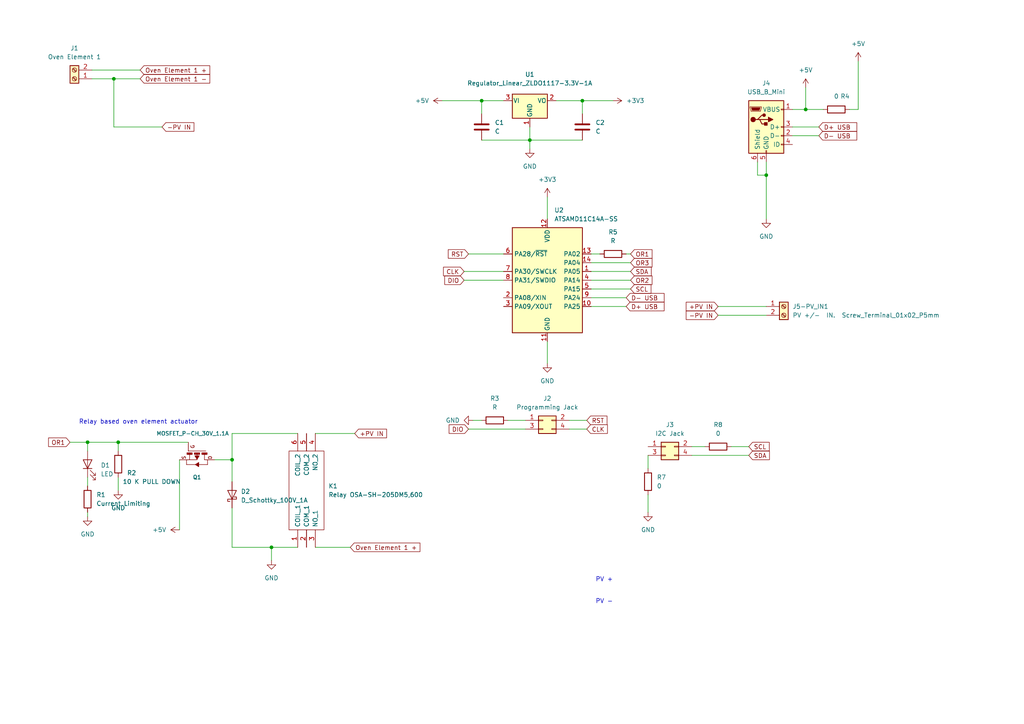
<source format=kicad_sch>
(kicad_sch (version 20211123) (generator eeschema)
  (paper "A4")
  (lib_symbols
    (symbol "Connector:USB_B_Mini" (pin_names (offset 1.016))
      (property "Reference" "J" (at -5.08 11.43 0))
      (property "Value" "USB_B_Mini" (at -5.08 8.89 0))
      (symbol "USB_B_Mini_0_1"
        (rectangle (start -5.08 -7.62) (end 5.08 7.62) (stroke (width 0.254)) (fill (type background)))
        (circle (center -3.81 2.159) (radius 0.635) (stroke (width 0.254)) (fill (type outline)))
        (circle (center -0.635 3.429) (radius 0.381) (stroke (width 0.254)) (fill (type outline)))
        (rectangle (start -0.127 -7.62) (end 0.127 -6.858))
        (polyline (pts (xy -1.905 2.159) (xy 0.635 2.159)) (stroke (width 0.254)))
        (polyline (pts (xy -3.175 2.159) (xy -2.54 2.159) (xy -1.27 3.429) (xy -0.635 3.429)) (stroke (width 0.254)))
        (polyline (pts (xy -2.54 2.159) (xy -1.905 2.159) (xy -1.27 0.889) (xy 0 0.889)) (stroke (width 0.254)))
        (polyline (pts (xy 0.635 2.794) (xy 0.635 1.524) (xy 1.905 2.159) (xy 0.635 2.794)) (stroke (width 0.254)) (fill (type outline)))
        (polyline (pts (xy -4.318 5.588) (xy -1.778 5.588) (xy -2.032 4.826) (xy -4.064 4.826) (xy -4.318 5.588)) (fill (type outline)))
        (polyline (pts (xy -4.699 5.842) (xy -4.699 5.588) (xy -4.445 4.826) (xy -4.445 4.572) (xy -1.651 4.572) (xy -1.651 4.826) (xy -1.397 5.588) (xy -1.397 5.842) (xy -4.699 5.842)))
        (rectangle (start 0.254 1.27) (end -0.508 0.508) (stroke (width 0.254)) (fill (type outline)))
        (rectangle (start 5.08 -5.207) (end 4.318 -4.953))
        (rectangle (start 5.08 -2.667) (end 4.318 -2.413))
        (rectangle (start 5.08 -0.127) (end 4.318 0.127))
        (rectangle (start 5.08 4.953) (end 4.318 5.207))
      )
      (symbol "USB_B_Mini_1_1"
        (pin power_out line (at 7.62 5.08 180) (length 2.54) (name "VBUS") (number "1"))
        (pin bidirectional line (at 7.62 -2.54 180) (length 2.54) (name "D-") (number "2"))
        (pin bidirectional line (at 7.62 0 180) (length 2.54) (name "D+") (number "3"))
        (pin passive line (at 7.62 -5.08 180) (length 2.54) (name "ID") (number "4"))
        (pin power_out line (at 0 -10.16 90) (length 2.54) (name "GND") (number "5"))
        (pin passive line (at -2.54 -10.16 90) (length 2.54) (name "Shield") (number "6"))
      )
    )
    (symbol "Device:R" (pin_numbers hide) (pin_names (offset 0))
      (property "Reference" "R" (at 2.032 0 90))
      (property "Value" "R" (at 0 0 90))
      (symbol "R_0_1"
        (rectangle (start -1.016 -2.54) (end 1.016 2.54) (stroke (width 0.254)))
      )
      (symbol "R_1_1"
        (pin passive line (at 0 3.81 270) (length 1.27) (name "~") (number "1"))
        (pin passive line (at 0 -3.81 90) (length 1.27) (name "~") (number "2"))
      )
    )
    (symbol "SamacSys_Parts:OSA-SH-205DM5,600" (pin_names (offset 0.762))
      (property "Reference" "K" (at 29.21 7.62 0))
      (property "Value" "OSA-SH-205DM5,600" (at 29.21 5.08 0))
      (symbol "OSA-SH-205DM5,600_0_0"
        (pin passive line (at 0 0 0) (length 5.08) (name "COIL_1") (number "1"))
        (pin passive line (at 0 -2.54 0) (length 5.08) (name "COM_1") (number "2"))
        (pin passive line (at 0 -5.08 0) (length 5.08) (name "NO_1") (number "3"))
        (pin passive line (at 33.02 -5.08 180) (length 5.08) (name "NO_2") (number "4"))
        (pin passive line (at 33.02 -2.54 180) (length 5.08) (name "COM_2") (number "5"))
        (pin passive line (at 33.02 0 180) (length 5.08) (name "COIL_2") (number "6"))
      )
      (symbol "OSA-SH-205DM5,600_0_1"
        (polyline (pts (xy 5.08 2.54) (xy 27.94 2.54) (xy 27.94 -7.62) (xy 5.08 -7.62) (xy 5.08 2.54)) (stroke (width 0.1524)))
      )
    )
    (symbol "fabmarco:ATSAMD11C14A-SS"
      (property "Reference" "U" (at -10.16 16.51 0))
      (property "Value" "ATSAMD11C14A-SS" (at 1.27 16.51 0))
      (symbol "ATSAMD11C14A-SS_0_1"
        (rectangle (start -10.16 15.24) (end 10.16 -15.24) (stroke (width 0.254)) (fill (type background)))
      )
      (symbol "ATSAMD11C14A-SS_1_1"
        (pin bidirectional line (at 12.7 2.54 180) (length 2.54) (name "PA05") (number "1"))
        (pin bidirectional line (at 12.7 -7.62 180) (length 2.54) (name "PA25") (number "10"))
        (pin power_in line (at 0 -17.78 90) (length 2.54) (name "GND") (number "11"))
        (pin power_in line (at 0 17.78 270) (length 2.54) (name "VDD") (number "12"))
        (pin bidirectional line (at 12.7 7.62 180) (length 2.54) (name "PA02") (number "13"))
        (pin bidirectional line (at 12.7 5.08 180) (length 2.54) (name "PA04") (number "14"))
        (pin bidirectional line (at -12.7 -5.08 0) (length 2.54) (name "PA08/XIN") (number "2"))
        (pin bidirectional line (at -12.7 -7.62 0) (length 2.54) (name "PA09/XOUT") (number "3"))
        (pin bidirectional line (at 12.7 0 180) (length 2.54) (name "PA14") (number "4"))
        (pin bidirectional line (at 12.7 -2.54 180) (length 2.54) (name "PA15") (number "5"))
        (pin bidirectional line (at -12.7 7.62 0) (length 2.54) (name "PA28/~{RST}") (number "6"))
        (pin bidirectional line (at -12.7 2.54 0) (length 2.54) (name "PA30/SWCLK") (number "7"))
        (pin bidirectional line (at -12.7 0 0) (length 2.54) (name "PA31/SWDIO") (number "8"))
        (pin bidirectional line (at 12.7 -5.08 180) (length 2.54) (name "PA24") (number "9"))
      )
    )
    (symbol "fabmarco:C" (pin_numbers hide) (pin_names (offset 0.254))
      (property "Reference" "C" (at 0.635 2.54 0))
      (property "Value" "C" (at 0.635 -2.54 0))
      (symbol "C_0_1"
        (polyline (pts (xy -2.032 -0.762) (xy 2.032 -0.762)) (stroke (width 0.508)))
        (polyline (pts (xy -2.032 0.762) (xy 2.032 0.762)) (stroke (width 0.508)))
      )
      (symbol "C_1_1"
        (pin passive line (at 0 3.81 270) (length 2.794) (name "~") (number "1"))
        (pin passive line (at 0 -3.81 90) (length 2.794) (name "~") (number "2"))
      )
    )
    (symbol "fabmarco:Conn_PinHeader_2x02_P2.54mm_Vertical_SMD" (pin_names (offset 1.016) hide)
      (property "Reference" "J" (at 1.27 2.54 0))
      (property "Value" "Conn_PinHeader_2x02_P2.54mm_Vertical_SMD" (at 1.27 -5.08 0))
      (symbol "Conn_PinHeader_2x02_P2.54mm_Vertical_SMD_1_1"
        (rectangle (start -1.27 -2.413) (end 0 -2.667) (stroke (width 0.1524)))
        (rectangle (start -1.27 0.127) (end 0 -0.127) (stroke (width 0.1524)))
        (rectangle (start -1.27 1.27) (end 3.81 -3.81) (stroke (width 0.254)) (fill (type background)))
        (rectangle (start 3.81 -2.413) (end 2.54 -2.667) (stroke (width 0.1524)))
        (rectangle (start 3.81 0.127) (end 2.54 -0.127) (stroke (width 0.1524)))
        (pin passive line (at -5.08 0 0) (length 3.81) (name "Pin_1") (number "1"))
        (pin passive line (at 7.62 0 180) (length 3.81) (name "Pin_2") (number "2"))
        (pin passive line (at -5.08 -2.54 0) (length 3.81) (name "Pin_3") (number "3"))
        (pin passive line (at 7.62 -2.54 180) (length 3.81) (name "Pin_4") (number "4"))
      )
    )
    (symbol "fabmarco:D_Schottky_100V_1A" (pin_numbers hide) (pin_names (offset 1.016) hide)
      (property "Reference" "D" (at 0 2.54 0))
      (property "Value" "D_Schottky_100V_1A" (at 0 -2.54 0))
      (symbol "D_Schottky_100V_1A_0_1"
        (polyline (pts (xy 1.27 0) (xy -1.27 0)))
        (polyline (pts (xy 1.27 1.27) (xy 1.27 -1.27) (xy -1.27 0) (xy 1.27 1.27)) (stroke (width 0.2032)))
        (polyline (pts (xy -1.905 0.635) (xy -1.905 1.27) (xy -1.27 1.27) (xy -1.27 -1.27) (xy -0.635 -1.27) (xy -0.635 -0.635)) (stroke (width 0.2032)))
      )
      (symbol "D_Schottky_100V_1A_1_1"
        (pin passive line (at -3.81 0 0) (length 2.54) (name "K") (number "1"))
        (pin passive line (at 3.81 0 180) (length 2.54) (name "A") (number "2"))
      )
    )
    (symbol "fabmarco:LED" (pin_numbers hide) (pin_names (offset 1.016) hide)
      (property "Reference" "D" (at 0 2.54 0))
      (property "Value" "LED" (at 0 -2.54 0))
      (symbol "LED_0_1"
        (polyline (pts (xy -1.27 -1.27) (xy -1.27 1.27)) (stroke (width 0.2032)))
        (polyline (pts (xy -1.27 0) (xy 1.27 0)))
        (polyline (pts (xy 1.27 -1.27) (xy 1.27 1.27) (xy -1.27 0) (xy 1.27 -1.27)) (stroke (width 0.2032)))
        (polyline (pts (xy -3.048 -0.762) (xy -4.572 -2.286) (xy -3.81 -2.286) (xy -4.572 -2.286) (xy -4.572 -1.524)))
        (polyline (pts (xy -1.778 -0.762) (xy -3.302 -2.286) (xy -2.54 -2.286) (xy -3.302 -2.286) (xy -3.302 -1.524)))
      )
      (symbol "LED_1_1"
        (pin passive line (at -3.81 0 0) (length 2.54) (name "K") (number "1"))
        (pin passive line (at 3.81 0 180) (length 2.54) (name "A") (number "2"))
      )
    )
    (symbol "fabmarco:MOSFET_P-CH_30V_1.1A" (pin_numbers hide) (pin_names (offset 1.016) hide)
      (property "Reference" "Q" (at 2.54 2.54 0))
      (property "Value" "MOSFET_P-CH_30V_1.1A" (at 2.54 0 0))
      (symbol "MOSFET_P-CH_30V_1.1A_0_0"
        (text "D" (at -0.635 3.81 0) (effects (font (size 0.9906 0.9906))))
        (text "G" (at -3.81 -1.27 0) (effects (font (size 0.9906 0.9906))))
        (text "S" (at -0.635 -3.81 0) (effects (font (size 0.9906 0.9906))))
      )
      (symbol "MOSFET_P-CH_30V_1.1A_1_0"
        (polyline (pts (xy -2.54 -2.54) (xy -2.54 2.54)))
        (polyline (pts (xy -1.651 0) (xy 0 0)))
        (polyline (pts (xy -1.524 -2.159) (xy 0 -2.159)))
        (polyline (pts (xy -1.524 2.159) (xy 0 2.159)))
        (polyline (pts (xy 0 -2.159) (xy 0 -2.54)))
        (polyline (pts (xy 0 0) (xy 0 -2.159)))
        (polyline (pts (xy 0 2.159) (xy 0 2.54)))
        (polyline (pts (xy 0 3.048) (xy 1.397 3.048)))
        (polyline (pts (xy 1.397 -3.048) (xy 0 -3.048)))
        (polyline (pts (xy 1.397 -0.508) (xy 1.397 -3.048)))
        (polyline (pts (xy 1.397 3.048) (xy 1.397 0.381)))
      )
      (symbol "MOSFET_P-CH_30V_1.1A_1_1"
        (rectangle (start -2.032 -2.921) (end -1.524 -1.397) (fill (type outline)))
        (rectangle (start -2.032 -0.762) (end -1.524 0.762) (fill (type outline)))
        (rectangle (start -2.032 1.397) (end -1.524 2.921) (fill (type outline)))
        (polyline (pts (xy -0.127 0) (xy -1.143 -0.635) (xy -1.143 -0.635) (xy -1.143 0.635) (xy -1.143 0.635) (xy -0.127 0)) (fill (type outline)))
        (polyline (pts (xy 1.397 -0.508) (xy 0.762 0.508) (xy 0.762 0.508) (xy 2.032 0.508) (xy 2.032 0.508) (xy 1.397 -0.508)) (fill (type outline)))
        (pin passive line (at -5.08 -2.54 0) (length 2.54) (name "G") (number "1"))
        (pin passive line (at 0 -5.08 90) (length 2.54) (name "S") (number "2"))
        (pin passive line (at 0 5.08 270) (length 2.54) (name "D") (number "3"))
      )
    )
    (symbol "fabmarco:Power_+3V3" (power) (pin_names (offset 0))
      (property "Value" "Power_+3V3" (at 0 3.556 0))
      (symbol "Power_+3V3_0_1"
        (polyline (pts (xy -0.762 1.27) (xy 0 2.54)))
        (polyline (pts (xy 0 0) (xy 0 2.54)))
        (polyline (pts (xy 0 2.54) (xy 0.762 1.27)))
      )
      (symbol "Power_+3V3_1_1"
        (pin power_in line (at 0 0 90) (length 0) hide (name "+3V3") (number "1"))
      )
    )
    (symbol "fabmarco:Power_+5V" (power) (pin_names (offset 0))
      (property "Value" "Power_+5V" (at 0 3.556 0))
      (symbol "Power_+5V_0_1"
        (polyline (pts (xy -0.762 1.27) (xy 0 2.54)))
        (polyline (pts (xy 0 0) (xy 0 2.54)))
        (polyline (pts (xy 0 2.54) (xy 0.762 1.27)))
      )
      (symbol "Power_+5V_1_1"
        (pin power_in line (at 0 0 90) (length 0) hide (name "+5V") (number "1"))
      )
    )
    (symbol "fabmarco:Power_GND" (power) (pin_names (offset 0))
      (property "Value" "Power_GND" (at 0 -3.81 0))
      (symbol "Power_GND_0_1"
        (polyline (pts (xy 0 0) (xy 0 -1.27) (xy 1.27 -1.27) (xy 0 -2.54) (xy -1.27 -1.27) (xy 0 -1.27)))
      )
      (symbol "Power_GND_1_1"
        (pin power_in line (at 0 0 270) (length 0) hide (name "GND") (number "1"))
      )
    )
    (symbol "fabmarco:R" (pin_numbers hide) (pin_names (offset 0))
      (property "Reference" "R" (at 2.032 0 90))
      (property "Value" "R" (at 0 0 90))
      (symbol "R_0_1"
        (rectangle (start -1.016 -2.54) (end 1.016 2.54) (stroke (width 0.254)))
      )
      (symbol "R_1_1"
        (pin passive line (at 0 3.81 270) (length 1.27) (name "~") (number "1"))
        (pin passive line (at 0 -3.81 90) (length 1.27) (name "~") (number "2"))
      )
    )
    (symbol "fabmarco:Regulator_Linear_ZLDO1117-3.3V-1A" (pin_names (offset 0.254))
      (property "Reference" "U" (at -3.81 3.175 0))
      (property "Value" "Regulator_Linear_ZLDO1117-3.3V-1A" (at 0 3.175 0))
      (symbol "Regulator_Linear_ZLDO1117-3.3V-1A_0_1"
        (rectangle (start -5.08 -5.08) (end 5.08 1.905) (stroke (width 0.254)) (fill (type background)))
      )
      (symbol "Regulator_Linear_ZLDO1117-3.3V-1A_1_1"
        (pin power_in line (at 0 -7.62 90) (length 2.54) (name "GND") (number "1"))
        (pin power_out line (at 7.62 0 180) (length 2.54) (name "VO") (number "2"))
        (pin power_in line (at -7.62 0 0) (length 2.54) (name "VI") (number "3"))
      )
    )
    (symbol "fabmarco:Screw_Terminal_01x02_P5mm" (pin_names (offset 1.016) hide)
      (property "Reference" "J" (at 0 2.54 0))
      (property "Value" "Screw_Terminal_01x02_P5mm" (at 0 -5.08 0))
      (symbol "Screw_Terminal_01x02_P5mm_1_1"
        (rectangle (start -1.27 1.27) (end 1.27 -3.81) (stroke (width 0.254)) (fill (type background)))
        (circle (center 0 -2.54) (radius 0.635) (stroke (width 0.1524)))
        (polyline (pts (xy -0.5334 -2.2098) (xy 0.3302 -3.048)) (stroke (width 0.1524)))
        (polyline (pts (xy -0.5334 0.3302) (xy 0.3302 -0.508)) (stroke (width 0.1524)))
        (polyline (pts (xy -0.3556 -2.032) (xy 0.508 -2.8702)) (stroke (width 0.1524)))
        (polyline (pts (xy -0.3556 0.508) (xy 0.508 -0.3302)) (stroke (width 0.1524)))
        (circle (center 0 0) (radius 0.635) (stroke (width 0.1524)))
        (pin passive line (at -5.08 0 0) (length 3.81) (name "Pin_1") (number "1"))
        (pin passive line (at -5.08 -2.54 0) (length 3.81) (name "Pin_2") (number "2"))
      )
    )
  )
  (junction (at 34.29 128.27))
  (junction (at 153.67 40.64))
  (junction (at 67.31 133.35))
  (junction (at 25.4 128.27))
  (junction (at 233.68 31.75))
  (junction (at 168.91 29.21))
  (junction (at 222.25 50.8))
  (junction (at 78.74 158.75))
  (junction (at 139.7 29.21))
  (junction (at 33.02 22.86))
  (wire (pts (xy 25.4 148.59) (xy 25.4 149.86)))
  (wire (pts (xy 212.09 129.54) (xy 217.17 129.54)))
  (wire (pts (xy 52.07 133.35) (xy 52.07 153.67)))
  (wire (pts (xy 153.67 40.64) (xy 153.67 43.18)))
  (wire (pts (xy 139.7 40.64) (xy 153.67 40.64)))
  (wire (pts (xy 139.7 29.21) (xy 146.05 29.21)))
  (wire (pts (xy 153.67 36.83) (xy 153.67 40.64)))
  (wire (pts (xy 26.67 22.86) (xy 33.02 22.86)))
  (wire (pts (xy 187.96 143.51) (xy 187.96 148.59)))
  (wire (pts (xy 33.02 22.86) (xy 40.64 22.86)))
  (wire (pts (xy 67.31 147.32) (xy 67.31 158.75)))
  (wire (pts (xy 171.45 88.9) (xy 181.61 88.9)))
  (wire (pts (xy 25.4 138.43) (xy 25.4 140.97)))
  (wire (pts (xy 229.87 31.75) (xy 233.68 31.75)))
  (wire (pts (xy 78.74 158.75) (xy 78.74 162.56)))
  (wire (pts (xy 200.66 129.54) (xy 204.47 129.54)))
  (wire (pts (xy 222.25 50.8) (xy 222.25 63.5)))
  (wire (pts (xy 181.61 73.66) (xy 182.88 73.66)))
  (wire (pts (xy 171.45 83.82) (xy 182.88 83.82)))
  (wire (pts (xy 137.16 121.92) (xy 139.7 121.92)))
  (wire (pts (xy 165.1 121.92) (xy 170.18 121.92)))
  (wire (pts (xy 187.96 132.08) (xy 187.96 135.89)))
  (wire (pts (xy 219.71 50.8) (xy 222.25 50.8)))
  (wire (pts (xy 34.29 128.27) (xy 54.61 128.27)))
  (wire (pts (xy 135.89 73.66) (xy 146.05 73.66)))
  (wire (pts (xy 161.29 29.21) (xy 168.91 29.21)))
  (wire (pts (xy 25.4 128.27) (xy 34.29 128.27)))
  (wire (pts (xy 168.91 33.02) (xy 168.91 29.21)))
  (wire (pts (xy 25.4 128.27) (xy 25.4 130.81)))
  (wire (pts (xy 168.91 29.21) (xy 177.8 29.21)))
  (wire (pts (xy 158.75 57.15) (xy 158.75 63.5)))
  (wire (pts (xy 171.45 86.36) (xy 181.61 86.36)))
  (wire (pts (xy 171.45 78.74) (xy 182.88 78.74)))
  (wire (pts (xy 128.27 29.21) (xy 139.7 29.21)))
  (wire (pts (xy 67.31 133.35) (xy 67.31 139.7)))
  (wire (pts (xy 171.45 73.66) (xy 173.99 73.66)))
  (wire (pts (xy 222.25 46.99) (xy 222.25 50.8)))
  (wire (pts (xy 34.29 128.27) (xy 34.29 130.81)))
  (wire (pts (xy 34.29 138.43) (xy 34.29 142.24)))
  (wire (pts (xy 248.92 17.78) (xy 248.92 31.75)))
  (wire (pts (xy 200.66 132.08) (xy 217.17 132.08)))
  (wire (pts (xy 78.74 158.75) (xy 86.36 158.75)))
  (wire (pts (xy 208.28 91.44) (xy 222.25 91.44)))
  (wire (pts (xy 233.68 25.4) (xy 233.68 31.75)))
  (wire (pts (xy 168.91 40.64) (xy 153.67 40.64)))
  (wire (pts (xy 135.89 124.46) (xy 152.4 124.46)))
  (wire (pts (xy 20.32 128.27) (xy 25.4 128.27)))
  (wire (pts (xy 86.36 125.73) (xy 67.31 125.73)))
  (wire (pts (xy 233.68 31.75) (xy 238.76 31.75)))
  (wire (pts (xy 158.75 99.06) (xy 158.75 105.41)))
  (wire (pts (xy 208.28 88.9) (xy 222.25 88.9)))
  (wire (pts (xy 229.87 36.83) (xy 237.49 36.83)))
  (wire (pts (xy 139.7 29.21) (xy 139.7 33.02)))
  (wire (pts (xy 147.32 121.92) (xy 152.4 121.92)))
  (wire (pts (xy 134.62 78.74) (xy 146.05 78.74)))
  (wire (pts (xy 62.23 133.35) (xy 67.31 133.35)))
  (wire (pts (xy 91.44 158.75) (xy 101.6 158.75)))
  (wire (pts (xy 165.1 124.46) (xy 170.18 124.46)))
  (wire (pts (xy 134.62 81.28) (xy 146.05 81.28)))
  (wire (pts (xy 171.45 76.2) (xy 182.88 76.2)))
  (wire (pts (xy 246.38 31.75) (xy 248.92 31.75)))
  (wire (pts (xy 67.31 125.73) (xy 67.31 133.35)))
  (wire (pts (xy 91.44 125.73) (xy 102.87 125.73)))
  (wire (pts (xy 33.02 22.86) (xy 33.02 36.83)))
  (wire (pts (xy 67.31 158.75) (xy 78.74 158.75)))
  (wire (pts (xy 219.71 46.99) (xy 219.71 50.8)))
  (wire (pts (xy 229.87 39.37) (xy 237.49 39.37)))
  (wire (pts (xy 40.64 20.32) (xy 26.67 20.32)))
  (wire (pts (xy 33.02 36.83) (xy 46.99 36.83)))
  (wire (pts (xy 171.45 81.28) (xy 182.88 81.28)))
  (text "PV -\n" (at 172.72 175.26 0) (effects (font (size 1.27 1.27)) (justify left bottom)))
  (text "PV +\n" (at 172.72 168.91 0) (effects (font (size 1.27 1.27)) (justify left bottom)))
  (text "Relay based oven element actuator" (at 22.86 123.19 0) (effects (font (size 1.27 1.27)) (justify left bottom)))
  (global_label "Oven Element 1 +" (shape input) (at 101.6 158.75 0) (property "Intersheet References" "${INTERSHEET_REFS}" (effects hide)))
  (global_label "Oven Element 1 -" (shape input) (at 40.64 22.86 0) (property "Intersheet References" "${INTERSHEET_REFS}" (effects hide)))
  (global_label "OR3" (shape input) (at 182.88 76.2 0) (property "Intersheet References" "${INTERSHEET_REFS}" (effects hide)))
  (global_label "SCL" (shape input) (at 217.17 129.54 0) (property "Intersheet References" "${INTERSHEET_REFS}" (effects hide)))
  (global_label "DIO" (shape input) (at 135.89 124.46 180) (property "Intersheet References" "${INTERSHEET_REFS}" (effects hide)))
  (global_label "+PV IN" (shape input) (at 102.87 125.73 0) (property "Intersheet References" "${INTERSHEET_REFS}" (effects hide)))
  (global_label "SDA" (shape input) (at 217.17 132.08 0) (property "Intersheet References" "${INTERSHEET_REFS}" (effects hide)))
  (global_label "OR1" (shape input) (at 20.32 128.27 180) (property "Intersheet References" "${INTERSHEET_REFS}" (effects hide)))
  (global_label "-PV IN" (shape input) (at 46.99 36.83 0) (property "Intersheet References" "${INTERSHEET_REFS}" (effects hide)))
  (global_label "-PV IN" (shape input) (at 208.28 91.44 180) (property "Intersheet References" "${INTERSHEET_REFS}" (effects hide)))
  (global_label "D+ USB " (shape input) (at 237.49 36.83 0) (property "Intersheet References" "${INTERSHEET_REFS}" (effects hide)))
  (global_label "OR1" (shape input) (at 182.88 73.66 0) (property "Intersheet References" "${INTERSHEET_REFS}" (effects hide)))
  (global_label "DIO" (shape input) (at 134.62 81.28 180) (property "Intersheet References" "${INTERSHEET_REFS}" (effects hide)))
  (global_label "OR2" (shape input) (at 182.88 81.28 0) (property "Intersheet References" "${INTERSHEET_REFS}" (effects hide)))
  (global_label "+PV IN" (shape input) (at 208.28 88.9 180) (property "Intersheet References" "${INTERSHEET_REFS}" (effects hide)))
  (global_label "Oven Element 1 +" (shape input) (at 40.64 20.32 0) (property "Intersheet References" "${INTERSHEET_REFS}" (effects hide)))
  (global_label "D- USB " (shape input) (at 237.49 39.37 0) (property "Intersheet References" "${INTERSHEET_REFS}" (effects hide)))
  (global_label "RST" (shape input) (at 170.18 121.92 0) (property "Intersheet References" "${INTERSHEET_REFS}" (effects hide)))
  (global_label "D- USB " (shape input) (at 181.61 86.36 0) (property "Intersheet References" "${INTERSHEET_REFS}" (effects hide)))
  (global_label "D+ USB " (shape input) (at 181.61 88.9 0) (property "Intersheet References" "${INTERSHEET_REFS}" (effects hide)))
  (global_label "SDA" (shape input) (at 182.88 78.74 0) (property "Intersheet References" "${INTERSHEET_REFS}" (effects hide)))
  (global_label "SCL" (shape input) (at 182.88 83.82 0) (property "Intersheet References" "${INTERSHEET_REFS}" (effects hide)))
  (global_label "CLK" (shape input) (at 134.62 78.74 180) (property "Intersheet References" "${INTERSHEET_REFS}" (effects hide)))
  (global_label "CLK" (shape input) (at 170.18 124.46 0) (property "Intersheet References" "${INTERSHEET_REFS}" (effects hide)))
  (global_label "RST" (shape input) (at 135.89 73.66 180) (property "Intersheet References" "${INTERSHEET_REFS}" (effects hide)))
  (symbol (lib_id "fabmarco:Power_GND") (at 25.4 149.86 0) (unit 1)
    (property "Reference" "#PWR01" (effects hide))
    (property "Value" "Power_GND" (at 25.4 154.94 0))
  )
  (symbol (lib_id "fabmarco:R") (at 242.57 31.75 90) (unit 1)
    (property "Reference" "R4" (at 245.11 27.94 90))
    (property "Value" "0" (at 242.57 27.94 90))
    (property "Footprint" "fab:R_1206" (effects hide))
  )
  (symbol (lib_id "Device:R") (at 25.4 144.78 0) (unit 1)
    (property "Reference" "R1" (at 27.94 143.5099 0) (effects (justify left)))
    (property "Value" "Current Limiting " (at 27.94 146.0499 0) (effects (justify left)))
    (property "Footprint" "fab:R_1206" (effects hide))
  )
  (symbol (lib_id "fabmarco:Power_+3V3") (at 158.75 57.15 0) (unit 1)
    (property "Reference" "#PWR09" (effects hide))
    (property "Value" "Power_+3V3" (at 158.75 52.07 0))
  )
  (symbol (lib_id "fabmarco:Screw_Terminal_01x02_P5mm") (at 227.33 88.9 0) (unit 1)
    (property "Reference" "J5-PV_IN1" (at 229.87 88.8999 0) (effects (justify left)))
    (property "Value" " PV +/-  IN.  Screw_Terminal_01x02_P5mm" (at 229.87 91.4399 0) (effects (justify left)))
    (property "Footprint" "fab:TerminalBlock_OnShore_1x02_P5.00mm_Horizontal" (effects hide))
  )
  (symbol (lib_id "fabmarco:Screw_Terminal_01x02_P5mm") (at 21.59 22.86 180) (unit 1)
    (property "Reference" "J1" (at 21.59 13.97 0))
    (property "Value" "Oven Element 1" (at 21.59 16.51 0))
    (property "Footprint" "fab:TerminalBlock_OnShore_1x02_P5.00mm_Horizontal" (effects hide))
  )
  (symbol (lib_id "fabmarco:ATSAMD11C14A-SS") (at 158.75 81.28 0) (unit 1)
    (property "Reference" "U2" (at 160.7694 60.96 0) (effects (justify left)))
    (property "Value" "ATSAMD11C14A-SS" (at 160.7694 63.5 0) (effects (justify left)))
    (property "Footprint" "fab:SOIC-14_3.9x8.7mm_P1.27mm" (effects hide))
  )
  (symbol (lib_id "fabmarco:R") (at 143.51 121.92 90) (unit 1)
    (property "Reference" "R3" (at 143.51 115.57 90))
    (property "Value" "R" (at 143.51 118.11 90))
    (property "Footprint" "fab:R_1206" (effects hide))
  )
  (symbol (lib_id "SamacSys_Parts:OSA-SH-205DM5,600") (at 86.36 158.75 90) (unit 1)
    (property "Reference" "K1" (at 95.25 140.9699 90) (effects (justify right)))
    (property "Value" "Relay OSA-SH-205DM5,600" (at 95.25 143.5099 90) (effects (justify right)))
    (property "Footprint" "SamacSys_Parts:OSASH205DM5600" (effects hide))
    (property "Datasheet" "https://componentsearchengine.com/Datasheets/1/OSA-SH-205DM5,600.pdf" (effects hide))
    (property "Description" "OSA-SH-205DM5,600" (effects hide))
    (property "Height" "25.3" (effects hide))
    (property "Mouser Part Number" "677-OSA-SH-205DM5" (effects hide))
    (property "Mouser Price/Stock" "https://www.mouser.com/Search/Refine.aspx?Keyword=677-OSA-SH-205DM5" (effects hide))
    (property "Manufacturer_Name" "TE Connectivity" (effects hide))
    (property "Manufacturer_Part_Number" "OSA-SH-205DM5,600" (effects hide))
  )
  (symbol (lib_id "fabmarco:C") (at 139.7 36.83 0) (unit 1)
    (property "Reference" "C1" (at 143.51 35.5599 0) (effects (justify left)))
    (property "Value" "C" (at 143.51 38.0999 0) (effects (justify left)))
    (property "Footprint" "fab:C_1206" (effects hide))
  )
  (symbol (lib_id "fabmarco:Conn_PinHeader_2x02_P2.54mm_Vertical_SMD") (at 193.04 129.54 0) (unit 1)
    (property "Reference" "J3" (at 194.31 123.19 0))
    (property "Value" "I2C Jack " (at 194.31 125.73 0))
    (property "Footprint" "fab:PinHeader_2x02_P2.54mm_Vertical_SMD" (effects hide))
  )
  (symbol (lib_id "fabmarco:D_Schottky_100V_1A") (at 67.31 143.51 90) (unit 1)
    (property "Reference" "D2" (at 69.85 142.5574 90) (effects (justify right)))
    (property "Value" "D_Schottky_100V_1A" (at 69.85 145.0974 90) (effects (justify right)))
    (property "Footprint" "fab:Diode_Schotky_100V_1A_Mini_SMA" (effects hide))
  )
  (symbol (lib_id "Connector:USB_B_Mini") (at 222.25 36.83 0) (unit 1)
    (property "Reference" "J4" (at 222.25 24.13 0))
    (property "Value" "USB_B_Mini" (at 222.25 26.67 0))
    (property "Footprint" "Connector_USB:USB_Mini-B_Lumberg_2486_01_Horizontal" (effects hide))
  )
  (symbol (lib_id "fabmarco:R") (at 187.96 139.7 0) (unit 1)
    (property "Reference" "R7" (at 190.5 138.4299 0) (effects (justify left)))
    (property "Value" "0" (at 190.5 140.9699 0) (effects (justify left)))
    (property "Footprint" "fab:R_1206" (effects hide))
  )
  (symbol (lib_id "fabmarco:Power_+5V") (at 233.68 25.4 0) (unit 1)
    (property "Reference" "#PWR0103" (effects hide))
    (property "Value" "Power_+5V" (at 233.68 20.32 0))
  )
  (symbol (lib_id "fabmarco:Power_GND") (at 34.29 142.24 0) (unit 1)
    (property "Reference" "#PWR03" (effects hide))
    (property "Value" "Power_GND" (at 34.29 147.32 0))
  )
  (symbol (lib_id "fabmarco:R") (at 208.28 129.54 270) (unit 1)
    (property "Reference" "R8" (at 208.28 123.19 90))
    (property "Value" "0" (at 208.28 125.73 90))
    (property "Footprint" "fab:R_1206" (effects hide))
  )
  (symbol (lib_id "fabmarco:Conn_PinHeader_2x02_P2.54mm_Vertical_SMD") (at 157.48 121.92 0) (unit 1)
    (property "Reference" "J2" (at 158.75 115.57 0))
    (property "Value" "Programming Jack " (at 158.75 118.11 0))
    (property "Footprint" "fab:PinHeader_2x02_P2.54mm_Vertical_SMD" (effects hide))
  )
  (symbol (lib_id "fabmarco:Power_GND") (at 158.75 105.41 0) (unit 1)
    (property "Reference" "#PWR010" (effects hide))
    (property "Value" "Power_GND" (at 158.75 110.49 0))
  )
  (symbol (lib_id "fabmarco:C") (at 168.91 36.83 0) (unit 1)
    (property "Reference" "C2" (at 172.72 35.5599 0) (effects (justify left)))
    (property "Value" "C" (at 172.72 38.0999 0) (effects (justify left)))
    (property "Footprint" "fab:C_1206" (effects hide))
  )
  (symbol (lib_id "fabmarco:Power_+5V") (at 128.27 29.21 90) (unit 1)
    (property "Reference" "#PWR0104" (effects hide))
    (property "Value" "Power_+5V" (at 124.46 29.2099 90) (effects (justify left)))
  )
  (symbol (lib_id "fabmarco:Power_GND") (at 187.96 148.59 0) (unit 1)
    (property "Reference" "#PWR013" (effects hide))
    (property "Value" "Power_GND" (at 187.96 153.67 0))
  )
  (symbol (lib_id "fabmarco:Power_GND") (at 222.25 63.5 0) (unit 1)
    (property "Reference" "#PWR014" (effects hide))
    (property "Value" "Power_GND" (at 222.25 68.58 0))
  )
  (symbol (lib_id "fabmarco:MOSFET_P-CH_30V_1.1A") (at 57.15 133.35 270) (unit 1)
    (property "Reference" "Q1" (at 57.1499 138.43 90) (effects (font (size 1.143 1.143))))
    (property "Value" "MOSFET_P-CH_30V_1.1A" (at 55.88 125.73 90) (effects (font (size 1.143 1.143))))
    (property "Footprint" "fab:SOT-23" (effects hide))
  )
  (symbol (lib_id "fabmarco:Power_GND") (at 153.67 43.18 0) (unit 1)
    (property "Reference" "#PWR08" (effects hide))
    (property "Value" "Power_GND" (at 153.67 48.26 0))
  )
  (symbol (lib_id "fabmarco:Power_GND") (at 137.16 121.92 270) (unit 1)
    (property "Reference" "#PWR07" (effects hide))
    (property "Value" "Power_GND" (at 133.35 121.9199 90) (effects (justify right)))
  )
  (symbol (lib_id "fabmarco:LED") (at 25.4 134.62 90) (unit 1)
    (property "Reference" "D1" (at 29.21 134.9501 90) (effects (justify right)))
    (property "Value" "LED" (at 29.21 137.4901 90) (effects (justify right)))
    (property "Footprint" "fab:LED_1206" (effects hide))
  )
  (symbol (lib_id "fabmarco:R") (at 177.8 73.66 90) (unit 1)
    (property "Reference" "R5" (at 177.8 67.31 90))
    (property "Value" "R" (at 177.8 69.85 90))
    (property "Footprint" "fab:R_1206" (effects hide))
  )
  (symbol (lib_id "fabmarco:Regulator_Linear_ZLDO1117-3.3V-1A") (at 153.67 29.21 0) (unit 1)
    (property "Reference" "U1" (at 153.67 21.59 0))
    (property "Value" "Regulator_Linear_ZLDO1117-3.3V-1A" (at 153.67 24.13 0))
    (property "Footprint" "fab:SOT-223-3_TabPin2" (effects hide))
  )
  (symbol (lib_id "fabmarco:Power_+5V") (at 248.92 17.78 0) (unit 1)
    (property "Reference" "#PWR0105" (effects hide))
    (property "Value" "Power_+5V" (at 248.92 12.7 0))
  )
  (symbol (lib_id "fabmarco:Power_+5V") (at 52.07 153.67 90) (unit 1)
    (property "Reference" "#PWR0102" (effects hide))
    (property "Value" "Power_+5V" (at 48.26 153.6699 90) (effects (justify left)))
  )
  (symbol (lib_id "fabmarco:Power_GND") (at 78.74 162.56 0) (unit 1)
    (property "Reference" "#PWR0101" (effects hide))
    (property "Value" "Power_GND" (at 78.74 167.64 0))
  )
  (symbol (lib_id "fabmarco:Power_+3V3") (at 177.8 29.21 270) (unit 1)
    (property "Reference" "#PWR011" (effects hide))
    (property "Value" "Power_+3V3" (at 181.61 29.2099 90) (effects (justify left)))
  )
  (symbol (lib_id "Device:R") (at 34.29 134.62 0) (unit 1)
    (property "Reference" "R2" (at 36.83 137.16 0) (effects (justify left)))
    (property "Value" "10 K PULL DOWN " (at 35.56 139.7 0) (effects (justify left)))
    (property "Footprint" "fab:R_1206" (effects hide))
  )
)
</source>
